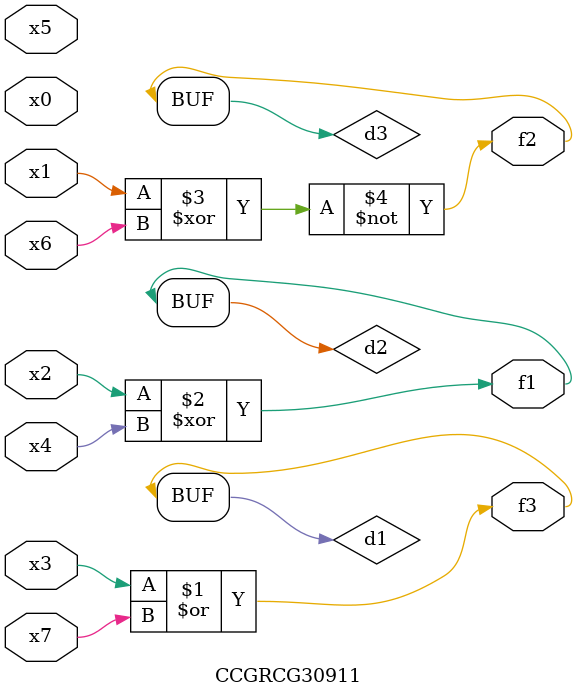
<source format=v>
module CCGRCG30911(
	input x0, x1, x2, x3, x4, x5, x6, x7,
	output f1, f2, f3
);

	wire d1, d2, d3;

	or (d1, x3, x7);
	xor (d2, x2, x4);
	xnor (d3, x1, x6);
	assign f1 = d2;
	assign f2 = d3;
	assign f3 = d1;
endmodule

</source>
